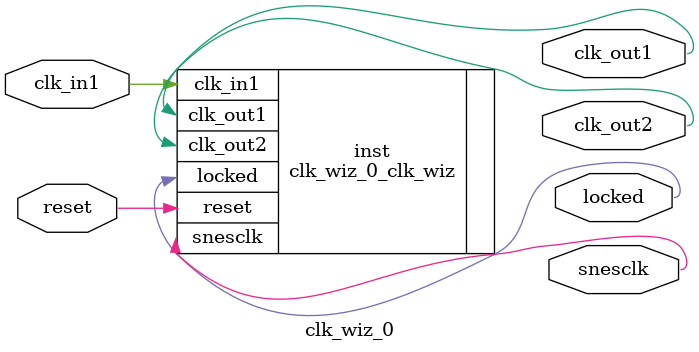
<source format=v>


`timescale 1ps/1ps

(* CORE_GENERATION_INFO = "clk_wiz_0,clk_wiz_v6_0_11_0_0,{component_name=clk_wiz_0,use_phase_alignment=true,use_min_o_jitter=false,use_max_i_jitter=false,use_dyn_phase_shift=false,use_inclk_switchover=false,use_dyn_reconfig=false,enable_axi=0,feedback_source=FDBK_AUTO,PRIMITIVE=MMCM,num_out_clk=3,clkin1_period=10.000,clkin2_period=10.000,use_power_down=false,use_reset=true,use_locked=true,use_inclk_stopped=false,feedback_type=SINGLE,CLOCK_MGR_TYPE=NA,manual_override=false}" *)

module clk_wiz_0 
 (
  // Clock out ports
  output        clk_out1,
  output        clk_out2,
  output        snesclk,
  // Status and control signals
  input         reset,
  output        locked,
 // Clock in ports
  input         clk_in1
 );

  clk_wiz_0_clk_wiz inst
  (
  // Clock out ports  
  .clk_out1(clk_out1),
  .clk_out2(clk_out2),
  .snesclk(snesclk),
  // Status and control signals               
  .reset(reset), 
  .locked(locked),
 // Clock in ports
  .clk_in1(clk_in1)
  );

endmodule

</source>
